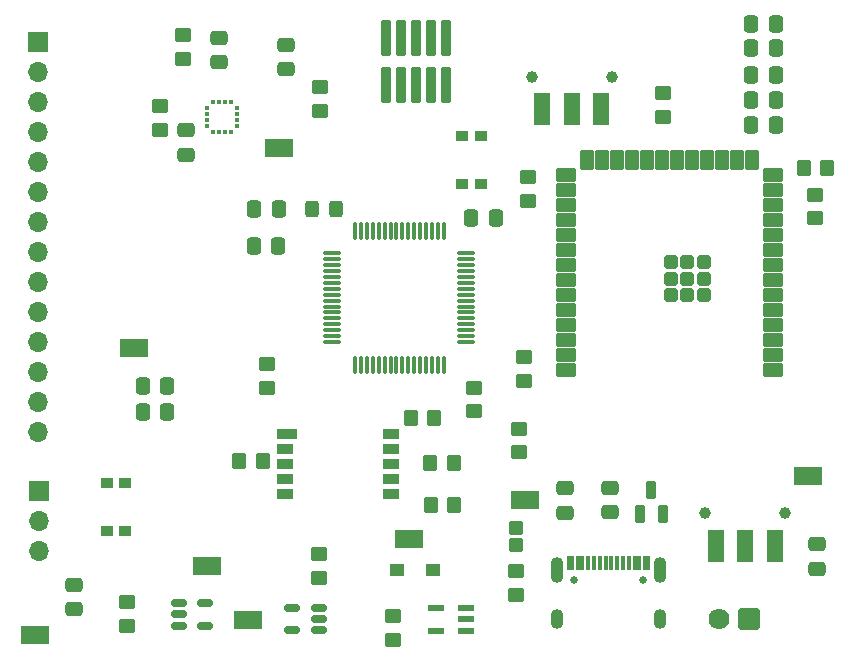
<source format=gbr>
%TF.GenerationSoftware,KiCad,Pcbnew,8.0.7*%
%TF.CreationDate,2024-12-23T22:44:16-05:00*%
%TF.ProjectId,OverSoon,4f766572-536f-46f6-9e2e-6b696361645f,rev?*%
%TF.SameCoordinates,Original*%
%TF.FileFunction,Soldermask,Top*%
%TF.FilePolarity,Negative*%
%FSLAX46Y46*%
G04 Gerber Fmt 4.6, Leading zero omitted, Abs format (unit mm)*
G04 Created by KiCad (PCBNEW 8.0.7) date 2024-12-23 22:44:16*
%MOMM*%
%LPD*%
G01*
G04 APERTURE LIST*
G04 Aperture macros list*
%AMRoundRect*
0 Rectangle with rounded corners*
0 $1 Rounding radius*
0 $2 $3 $4 $5 $6 $7 $8 $9 X,Y pos of 4 corners*
0 Add a 4 corners polygon primitive as box body*
4,1,4,$2,$3,$4,$5,$6,$7,$8,$9,$2,$3,0*
0 Add four circle primitives for the rounded corners*
1,1,$1+$1,$2,$3*
1,1,$1+$1,$4,$5*
1,1,$1+$1,$6,$7*
1,1,$1+$1,$8,$9*
0 Add four rect primitives between the rounded corners*
20,1,$1+$1,$2,$3,$4,$5,0*
20,1,$1+$1,$4,$5,$6,$7,0*
20,1,$1+$1,$6,$7,$8,$9,0*
20,1,$1+$1,$8,$9,$2,$3,0*%
G04 Aperture macros list end*
%ADD10RoundRect,0.250000X-0.475000X0.337500X-0.475000X-0.337500X0.475000X-0.337500X0.475000X0.337500X0*%
%ADD11RoundRect,0.250000X-0.337500X-0.475000X0.337500X-0.475000X0.337500X0.475000X-0.337500X0.475000X0*%
%ADD12RoundRect,0.250000X0.450000X-0.350000X0.450000X0.350000X-0.450000X0.350000X-0.450000X-0.350000X0*%
%ADD13RoundRect,0.102000X0.465000X-0.455000X0.465000X0.455000X-0.465000X0.455000X-0.465000X-0.455000X0*%
%ADD14RoundRect,0.250000X0.350000X0.450000X-0.350000X0.450000X-0.350000X-0.450000X0.350000X-0.450000X0*%
%ADD15RoundRect,0.250000X-0.450000X0.350000X-0.450000X-0.350000X0.450000X-0.350000X0.450000X0.350000X0*%
%ADD16RoundRect,0.250000X0.475000X-0.337500X0.475000X0.337500X-0.475000X0.337500X-0.475000X-0.337500X0*%
%ADD17R,0.450000X0.300000*%
%ADD18R,0.300000X0.450000*%
%ADD19C,1.000000*%
%ADD20RoundRect,0.102000X0.600000X1.250000X-0.600000X1.250000X-0.600000X-1.250000X0.600000X-1.250000X0*%
%ADD21RoundRect,0.102000X0.279400X-0.660400X0.279400X0.660400X-0.279400X0.660400X-0.279400X-0.660400X0*%
%ADD22R,1.676400X0.863600*%
%ADD23R,1.422400X0.863600*%
%ADD24RoundRect,0.102000X-1.100000X-0.700000X1.100000X-0.700000X1.100000X0.700000X-1.100000X0.700000X0*%
%ADD25RoundRect,0.250000X-0.350000X-0.450000X0.350000X-0.450000X0.350000X0.450000X-0.350000X0.450000X0*%
%ADD26RoundRect,0.102000X0.325000X1.380000X-0.325000X1.380000X-0.325000X-1.380000X0.325000X-1.380000X0*%
%ADD27R,1.700000X1.700000*%
%ADD28O,1.700000X1.700000*%
%ADD29RoundRect,0.150000X-0.512500X-0.150000X0.512500X-0.150000X0.512500X0.150000X-0.512500X0.150000X0*%
%ADD30RoundRect,0.102000X0.750000X0.450000X-0.750000X0.450000X-0.750000X-0.450000X0.750000X-0.450000X0*%
%ADD31RoundRect,0.102000X0.450000X0.750000X-0.450000X0.750000X-0.450000X-0.750000X0.450000X-0.750000X0*%
%ADD32RoundRect,0.102000X0.450000X0.450000X-0.450000X0.450000X-0.450000X-0.450000X0.450000X-0.450000X0*%
%ADD33RoundRect,0.250000X0.325000X0.450000X-0.325000X0.450000X-0.325000X-0.450000X0.325000X-0.450000X0*%
%ADD34R,1.320800X0.508000*%
%ADD35R,0.990600X0.889000*%
%ADD36RoundRect,0.150000X0.512500X0.150000X-0.512500X0.150000X-0.512500X-0.150000X0.512500X-0.150000X0*%
%ADD37RoundRect,0.250000X0.337500X0.475000X-0.337500X0.475000X-0.337500X-0.475000X0.337500X-0.475000X0*%
%ADD38RoundRect,0.075000X-0.662500X-0.075000X0.662500X-0.075000X0.662500X0.075000X-0.662500X0.075000X0*%
%ADD39RoundRect,0.075000X-0.075000X-0.662500X0.075000X-0.662500X0.075000X0.662500X-0.075000X0.662500X0*%
%ADD40C,0.650000*%
%ADD41R,0.300000X1.150000*%
%ADD42O,1.100000X2.200000*%
%ADD43O,1.100000X1.700000*%
%ADD44R,1.143000X1.092200*%
%ADD45RoundRect,0.102000X-0.787500X-0.787500X0.787500X-0.787500X0.787500X0.787500X-0.787500X0.787500X0*%
%ADD46C,1.779000*%
G04 APERTURE END LIST*
D10*
%TO.C,C3*%
X217246200Y-137980600D03*
X217246200Y-140055600D03*
%TD*%
D11*
%TO.C,C11*%
X209346800Y-115138200D03*
X211421800Y-115138200D03*
%TD*%
D12*
%TO.C,R15*%
X213817200Y-128879600D03*
X213817200Y-126879600D03*
%TD*%
D13*
%TO.C,D1*%
X213106000Y-141304200D03*
X213106000Y-142824200D03*
%TD*%
D14*
%TO.C,R12*%
X239496600Y-110871000D03*
X237496600Y-110871000D03*
%TD*%
D15*
%TO.C,R13*%
X225577400Y-104546400D03*
X225577400Y-106546400D03*
%TD*%
D16*
%TO.C,C9*%
X187960000Y-101904800D03*
X187960000Y-99829800D03*
%TD*%
D17*
%TO.C,U6*%
X186964400Y-105777600D03*
X186964400Y-106277600D03*
X186964400Y-106777600D03*
X186964400Y-107277600D03*
D18*
X187489400Y-107802600D03*
X187989400Y-107802600D03*
X188489400Y-107802600D03*
X188989400Y-107802600D03*
D17*
X189514400Y-107277600D03*
X189514400Y-106777600D03*
X189514400Y-106277600D03*
X189514400Y-105777600D03*
D18*
X188989400Y-105252600D03*
X188489400Y-105252600D03*
X187989400Y-105252600D03*
X187489400Y-105252600D03*
%TD*%
D10*
%TO.C,C8*%
X185191400Y-107653000D03*
X185191400Y-109728000D03*
%TD*%
D19*
%TO.C,SW2*%
X221255800Y-103149400D03*
X214455800Y-103149400D03*
D20*
X220355800Y-105899400D03*
X217855800Y-105899400D03*
X215355800Y-105899400D03*
%TD*%
D21*
%TO.C,U2*%
X223621600Y-140182600D03*
X225552000Y-140182600D03*
X224586800Y-138150600D03*
%TD*%
D22*
%TO.C,U5*%
X193700400Y-133389350D03*
D23*
X193573400Y-134659350D03*
X193573400Y-135929350D03*
X193573400Y-137199350D03*
X193573400Y-138469350D03*
X202514200Y-138469350D03*
X202514200Y-137199350D03*
X202514200Y-135929350D03*
X202514200Y-134659350D03*
X202514200Y-133389350D03*
%TD*%
D24*
%TO.C,TP7*%
X193040000Y-109194600D03*
%TD*%
D25*
%TO.C,R6*%
X205848200Y-135839200D03*
X207848200Y-135839200D03*
%TD*%
D26*
%TO.C,J3*%
X207238600Y-99822000D03*
X207238600Y-103862000D03*
X205968600Y-99822000D03*
X205968600Y-103862000D03*
X204698600Y-99822000D03*
X204698600Y-103862000D03*
X203428600Y-99822000D03*
X203428600Y-103862000D03*
X202158600Y-99822000D03*
X202158600Y-103862000D03*
%TD*%
D24*
%TO.C,TP5*%
X190474600Y-149174200D03*
%TD*%
D27*
%TO.C,U8*%
X172694600Y-100203000D03*
D28*
X172694600Y-102743000D03*
X172694600Y-105283000D03*
X172694600Y-107823000D03*
X172694600Y-110363000D03*
X172694600Y-112903000D03*
X172694600Y-115443000D03*
X172694600Y-117983000D03*
X172694600Y-120523000D03*
X172694600Y-123063000D03*
X172694600Y-125603000D03*
X172694600Y-128143000D03*
X172694600Y-130683000D03*
X172694600Y-133223000D03*
%TD*%
D14*
%TO.C,R19*%
X191668400Y-135661400D03*
X189668400Y-135661400D03*
%TD*%
D10*
%TO.C,C2*%
X238582200Y-142722600D03*
X238582200Y-144797600D03*
%TD*%
D12*
%TO.C,R3*%
X213360000Y-134924800D03*
X213360000Y-132924800D03*
%TD*%
D19*
%TO.C,SW1*%
X235933400Y-140081000D03*
X229133400Y-140081000D03*
D20*
X235033400Y-142831000D03*
X232533400Y-142831000D03*
X230033400Y-142831000D03*
%TD*%
D29*
%TO.C,U3*%
X184561900Y-147716200D03*
X184561900Y-148666200D03*
X184561900Y-149616200D03*
X186836900Y-149616200D03*
X186836900Y-147716200D03*
%TD*%
D15*
%TO.C,R16*%
X192074800Y-127457200D03*
X192074800Y-129457200D03*
%TD*%
D16*
%TO.C,C10*%
X193675000Y-102514400D03*
X193675000Y-100439400D03*
%TD*%
D30*
%TO.C,U7*%
X234860800Y-127970600D03*
X234860800Y-126700600D03*
X234860800Y-125430600D03*
X234860800Y-124160600D03*
X234860800Y-122890600D03*
X234860800Y-121620600D03*
X234860800Y-120350600D03*
X234860800Y-119080600D03*
X234860800Y-117810600D03*
X234860800Y-116540600D03*
X234860800Y-115270600D03*
X234860800Y-114000600D03*
X234860800Y-112730600D03*
X234860800Y-111460600D03*
D31*
X233095800Y-110210600D03*
X231825800Y-110210600D03*
X230555800Y-110210600D03*
X229285800Y-110210600D03*
X228015800Y-110210600D03*
X226745800Y-110210600D03*
X225475800Y-110210600D03*
X224205800Y-110210600D03*
X222935800Y-110210600D03*
X221665800Y-110210600D03*
X220395800Y-110210600D03*
X219125800Y-110210600D03*
D30*
X217360800Y-111460600D03*
X217360800Y-112730600D03*
X217360800Y-114000600D03*
X217360800Y-115270600D03*
X217360800Y-116540600D03*
X217360800Y-117810600D03*
X217360800Y-119080600D03*
X217360800Y-120350600D03*
X217360800Y-121620600D03*
X217360800Y-122890600D03*
X217360800Y-124160600D03*
X217360800Y-125430600D03*
X217360800Y-126700600D03*
X217360800Y-127970600D03*
D32*
X227610800Y-120250600D03*
X229010800Y-120250600D03*
X226210800Y-120250600D03*
X229010800Y-118850600D03*
X227610800Y-118850600D03*
X226210800Y-118850600D03*
X229010800Y-121650600D03*
X227610800Y-121650600D03*
X226210800Y-121650600D03*
%TD*%
D15*
%TO.C,R5*%
X196418200Y-143560800D03*
X196418200Y-145560800D03*
%TD*%
D33*
%TO.C,L1*%
X197866000Y-114300000D03*
X195816000Y-114300000D03*
%TD*%
D11*
%TO.C,C14*%
X233037200Y-102997000D03*
X235112200Y-102997000D03*
%TD*%
D25*
%TO.C,R7*%
X205917800Y-139395200D03*
X207917800Y-139395200D03*
%TD*%
D16*
%TO.C,C1*%
X221107000Y-140026300D03*
X221107000Y-137951300D03*
%TD*%
D12*
%TO.C,R11*%
X238480600Y-115138200D03*
X238480600Y-113138200D03*
%TD*%
D24*
%TO.C,TP8*%
X180822600Y-126085600D03*
%TD*%
D15*
%TO.C,R10*%
X184937400Y-99593400D03*
X184937400Y-101593400D03*
%TD*%
D24*
%TO.C,TP3*%
X213868000Y-138963400D03*
%TD*%
D15*
%TO.C,R9*%
X182981600Y-105654600D03*
X182981600Y-107654600D03*
%TD*%
D34*
%TO.C,U1*%
X208915000Y-150022601D03*
X208915000Y-149072600D03*
X208915000Y-148122599D03*
X206324200Y-148122599D03*
X206324200Y-150022601D03*
%TD*%
D11*
%TO.C,C16*%
X233023700Y-107264200D03*
X235098700Y-107264200D03*
%TD*%
D12*
%TO.C,R1*%
X213106000Y-146989800D03*
X213106000Y-144989800D03*
%TD*%
D15*
%TO.C,R18*%
X214147400Y-111665000D03*
X214147400Y-113665000D03*
%TD*%
D24*
%TO.C,TP2*%
X237820200Y-136956800D03*
%TD*%
D35*
%TO.C,U10*%
X208584800Y-108153200D03*
X210184802Y-108153200D03*
X208584800Y-112253196D03*
X210184802Y-112253196D03*
%TD*%
%TO.C,U9*%
X178460400Y-137505004D03*
X180060402Y-137505004D03*
X178460400Y-141605000D03*
X180060402Y-141605000D03*
%TD*%
D36*
%TO.C,U4*%
X196438100Y-149997200D03*
X196438100Y-149047200D03*
X196438100Y-148097200D03*
X194163100Y-148097200D03*
X194163100Y-149997200D03*
%TD*%
D37*
%TO.C,C5*%
X183616600Y-129311400D03*
X181541600Y-129311400D03*
%TD*%
%TO.C,C7*%
X183591200Y-131495800D03*
X181516200Y-131495800D03*
%TD*%
D38*
%TO.C,U11*%
X197588300Y-118093800D03*
X197588300Y-118593800D03*
X197588300Y-119093800D03*
X197588300Y-119593800D03*
X197588300Y-120093800D03*
X197588300Y-120593800D03*
X197588300Y-121093800D03*
X197588300Y-121593800D03*
X197588300Y-122093800D03*
X197588300Y-122593800D03*
X197588300Y-123093800D03*
X197588300Y-123593800D03*
X197588300Y-124093800D03*
X197588300Y-124593800D03*
X197588300Y-125093800D03*
X197588300Y-125593800D03*
D39*
X199500800Y-127506300D03*
X200000800Y-127506300D03*
X200500800Y-127506300D03*
X201000800Y-127506300D03*
X201500800Y-127506300D03*
X202000800Y-127506300D03*
X202500800Y-127506300D03*
X203000800Y-127506300D03*
X203500800Y-127506300D03*
X204000800Y-127506300D03*
X204500800Y-127506300D03*
X205000800Y-127506300D03*
X205500800Y-127506300D03*
X206000800Y-127506300D03*
X206500800Y-127506300D03*
X207000800Y-127506300D03*
D38*
X208913300Y-125593800D03*
X208913300Y-125093800D03*
X208913300Y-124593800D03*
X208913300Y-124093800D03*
X208913300Y-123593800D03*
X208913300Y-123093800D03*
X208913300Y-122593800D03*
X208913300Y-122093800D03*
X208913300Y-121593800D03*
X208913300Y-121093800D03*
X208913300Y-120593800D03*
X208913300Y-120093800D03*
X208913300Y-119593800D03*
X208913300Y-119093800D03*
X208913300Y-118593800D03*
X208913300Y-118093800D03*
D39*
X207000800Y-116181300D03*
X206500800Y-116181300D03*
X206000800Y-116181300D03*
X205500800Y-116181300D03*
X205000800Y-116181300D03*
X204500800Y-116181300D03*
X204000800Y-116181300D03*
X203500800Y-116181300D03*
X203000800Y-116181300D03*
X202500800Y-116181300D03*
X202000800Y-116181300D03*
X201500800Y-116181300D03*
X201000800Y-116181300D03*
X200500800Y-116181300D03*
X200000800Y-116181300D03*
X199500800Y-116181300D03*
%TD*%
D15*
%TO.C,R14*%
X209600800Y-129463800D03*
X209600800Y-131463800D03*
%TD*%
D25*
%TO.C,R8*%
X204197200Y-132054600D03*
X206197200Y-132054600D03*
%TD*%
D11*
%TO.C,C15*%
X233023700Y-105130600D03*
X235098700Y-105130600D03*
%TD*%
D37*
%TO.C,C6*%
X235120000Y-98653600D03*
X233045000Y-98653600D03*
%TD*%
D11*
%TO.C,C17*%
X233037200Y-100736400D03*
X235112200Y-100736400D03*
%TD*%
D24*
%TO.C,TP6*%
X204040100Y-142290800D03*
%TD*%
%TO.C,TP1*%
X172364400Y-150393400D03*
%TD*%
D15*
%TO.C,R2*%
X202742800Y-148834600D03*
X202742800Y-150834600D03*
%TD*%
D40*
%TO.C,J2*%
X218061000Y-145711600D03*
X223877600Y-145711600D03*
D41*
X217606600Y-144327600D03*
X218406600Y-144327600D03*
X219706600Y-144327600D03*
X220706600Y-144327600D03*
X221206600Y-144327600D03*
X222206600Y-144327600D03*
X223506600Y-144327600D03*
X224306600Y-144327600D03*
X224006600Y-144327600D03*
X223206600Y-144327600D03*
X222706600Y-144327600D03*
X221706600Y-144327600D03*
X220206600Y-144327600D03*
X219206600Y-144327600D03*
X218706600Y-144327600D03*
X217906600Y-144327600D03*
D42*
X216636600Y-144892600D03*
D43*
X216636600Y-149072600D03*
D42*
X225276600Y-144892600D03*
D43*
X225276600Y-149072600D03*
%TD*%
D44*
%TO.C,CR1*%
X203034900Y-144932400D03*
X206108300Y-144932400D03*
%TD*%
D45*
%TO.C,J1*%
X232827200Y-149021800D03*
D46*
X230327200Y-149021800D03*
%TD*%
D37*
%TO.C,C13*%
X193040000Y-114300000D03*
X190965000Y-114300000D03*
%TD*%
D27*
%TO.C,J4*%
X172745400Y-138226800D03*
D28*
X172745400Y-140766800D03*
X172745400Y-143306800D03*
%TD*%
D16*
%TO.C,C4*%
X175666400Y-148234400D03*
X175666400Y-146159400D03*
%TD*%
D15*
%TO.C,R4*%
X180213000Y-147650200D03*
X180213000Y-149650200D03*
%TD*%
D37*
%TO.C,C12*%
X193014600Y-117449600D03*
X190939600Y-117449600D03*
%TD*%
D15*
%TO.C,R17*%
X196500000Y-104000000D03*
X196500000Y-106000000D03*
%TD*%
D24*
%TO.C,TP4*%
X186969400Y-144576800D03*
%TD*%
M02*

</source>
